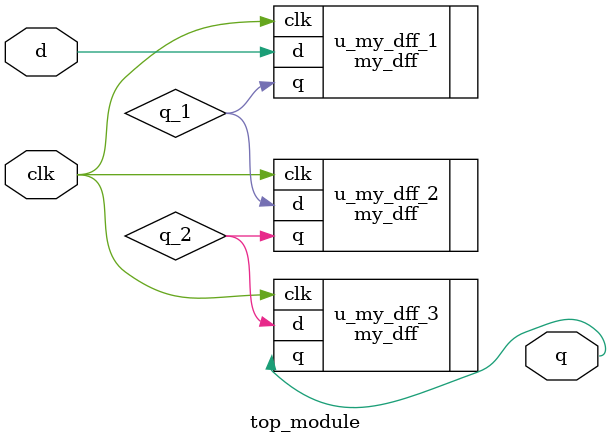
<source format=v>
module top_module ( input clk, input d, output q );
    
    wire q_1;
    wire q_2;
    
    my_dff u_my_dff_1(
        .clk(clk),
        .d(d),
        .q(q_1)
    );
    my_dff u_my_dff_2(
    	.clk(clk),
        .d(q_1),
        .q(q_2)
    );
	my_dff u_my_dff_3(
        .clk(clk),
        .d(q_2),
        .q(q)
    );
    
endmodule

</source>
